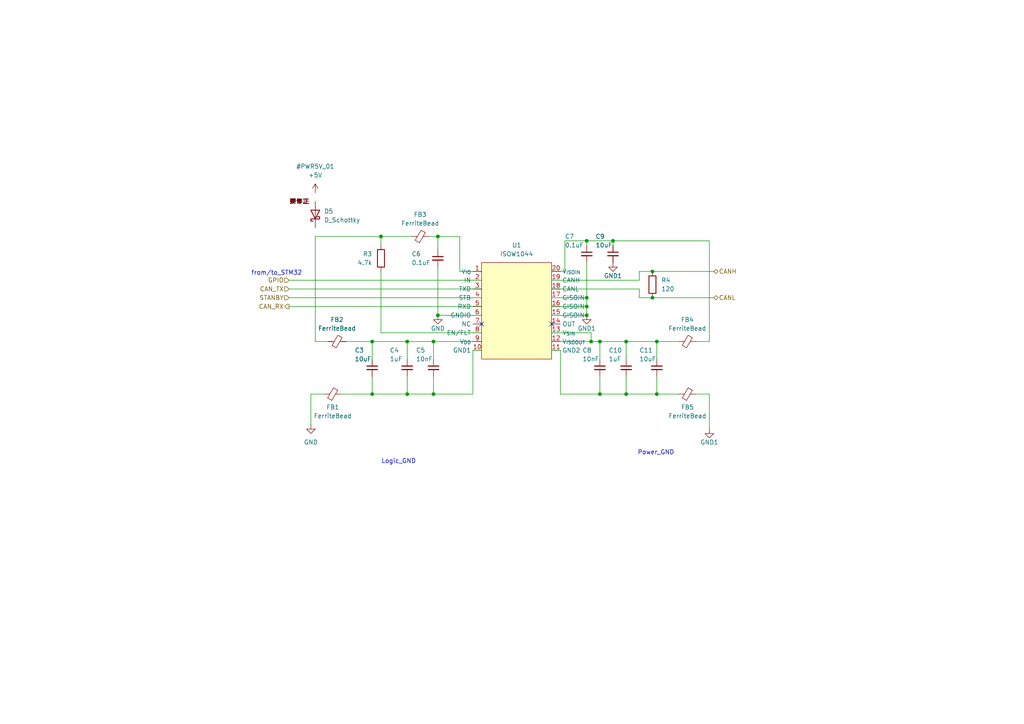
<source format=kicad_sch>
(kicad_sch (version 20250114) (generator "eeschema") (generator_version "9.0")
  (paper "A4")
  (lib_symbols
    (symbol "Device:C_Small" (pin_numbers (hide yes)) (pin_names (offset 0.254) (hide yes))
      (property "Reference" "C" (at 0.254 1.778 0))
      (property "Value" "C_Small" (at 0.254 -2.032 0))
      (symbol "C_Small_0_1"
        (polyline (pts (xy -1.524 0.508) (xy 1.524 0.508)) (stroke (width 0.3048)))
        (polyline (pts (xy -1.524 -0.508) (xy 1.524 -0.508)) (stroke (width 0.3302)))
      )
      (symbol "C_Small_1_1"
        (pin passive line (at 0 2.54 270) (length 2.032) (name "~") (number "1"))
        (pin passive line (at 0 -2.54 90) (length 2.032) (name "~") (number "2"))
      )
    )
    (symbol "Device:D_Schottky" (pin_numbers (hide yes)) (pin_names (offset 1.016) (hide yes))
      (property "Reference" "D" (at 0 2.54 0))
      (property "Value" "D_Schottky" (at 0 -2.54 0))
      (symbol "D_Schottky_0_1"
        (polyline (pts (xy -1.905 0.635) (xy -1.905 1.27) (xy -1.27 1.27) (xy -1.27 -1.27) (xy -0.635 -1.27) (xy -0.635 -0.635)) (stroke (width 0.254)))
        (polyline (pts (xy 1.27 1.27) (xy 1.27 -1.27) (xy -1.27 0) (xy 1.27 1.27)) (stroke (width 0.254)))
        (polyline (pts (xy 1.27 0) (xy -1.27 0)))
      )
      (symbol "D_Schottky_1_1"
        (pin passive line (at -3.81 0 0) (length 2.54) (name "K") (number "1"))
        (pin passive line (at 3.81 0 180) (length 2.54) (name "A") (number "2"))
      )
    )
    (symbol "Device:FerriteBead_Small" (pin_numbers (hide yes)) (pin_names (offset 0))
      (property "Reference" "FB" (at 1.905 1.27 0))
      (property "Value" "FerriteBead_Small" (at 1.905 -1.27 0))
      (symbol "FerriteBead_Small_0_1"
        (polyline (pts (xy -1.8288 0.2794) (xy -1.1176 1.4986) (xy 1.8288 -0.2032) (xy 1.1176 -1.4224) (xy -1.8288 0.2794)))
        (polyline (pts (xy 0 0.889) (xy 0 1.2954)))
        (polyline (pts (xy 0 -1.27) (xy 0 -0.7874)))
      )
      (symbol "FerriteBead_Small_1_1"
        (pin passive line (at 0 2.54 270) (length 1.27) (name "~") (number "1"))
        (pin passive line (at 0 -2.54 90) (length 1.27) (name "~") (number "2"))
      )
    )
    (symbol "Device:R" (pin_numbers (hide yes)) (pin_names (offset 0))
      (property "Reference" "R" (at 2.032 0 90))
      (property "Value" "R" (at 0 0 90))
      (symbol "R_0_1"
        (rectangle (start -1.016 -2.54) (end 1.016 2.54) (stroke (width 0.254)))
      )
      (symbol "R_1_1"
        (pin passive line (at 0 3.81 270) (length 1.27) (name "~") (number "1"))
        (pin passive line (at 0 -3.81 90) (length 1.27) (name "~") (number "2"))
      )
    )
    (symbol "RDC_humanoid_project:ISOW1044"
      (property "Reference" "U" (at 7.62 5.08 0))
      (property "Value" "ISOW1044" (at 0 5.08 0))
      (symbol "ISOW1044_0_1"
        (rectangle (start 2.54 2.54) (end 2.54 2.54))
      )
      (symbol "ISOW1044_1_1"
        (rectangle (start -10.16 2.54) (end 10.16 -25.4) (fill (type background)))
        (pin power_in line (at -10.16 0 180) (length 2.54) (name "V_{IO}") (number "1"))
        (pin input line (at -10.16 -2.54 180) (length 2.54) (name "IN") (number "2"))
        (pin input line (at -10.16 -5.08 180) (length 2.54) (name "TXD") (number "3"))
        (pin input line (at -10.16 -7.62 180) (length 2.54) (name "STB") (number "4"))
        (pin output line (at -10.16 -10.16 180) (length 2.54) (name "RXD") (number "5"))
        (pin power_in line (at -10.16 -12.7 180) (length 2.54) (name "GNDIO") (number "6"))
        (pin free line (at -10.16 -15.24 180) (length 2.54) (name "NC") (number "7"))
        (pin bidirectional line (at -10.16 -17.78 180) (length 2.54) (name "EN/FLT") (number "8"))
        (pin power_in line (at -10.16 -20.32 180) (length 2.54) (name "V_{DD}") (number "9"))
        (pin power_in line (at -10.16 -22.86 180) (length 2.54) (name "GND1") (number "10"))
        (pin bidirectional line (at 10.16 0 0) (length 2.54) (name "V_{ISOIN}") (number "20"))
        (pin bidirectional line (at 10.16 -2.54 0) (length 2.54) (name "CANH") (number "19"))
        (pin bidirectional line (at 10.16 -5.08 0) (length 2.54) (name "CANL") (number "18"))
        (pin unspecified line (at 10.16 -7.62 0) (length 2.54) (name "GISOIN") (number "17"))
        (pin unspecified line (at 10.16 -10.16 0) (length 2.54) (name "GISOIN") (number "16"))
        (pin unspecified line (at 10.16 -12.7 0) (length 2.54) (name "GISOIN") (number "15"))
        (pin output line (at 10.16 -15.24 0) (length 2.54) (name "OUT") (number "14"))
        (pin input line (at 10.16 -17.78 0) (length 2.54) (name "V_{SIN}") (number "13"))
        (pin power_out line (at 10.16 -20.32 0) (length 2.54) (name "V_{ISOOUT}") (number "12"))
        (pin power_in line (at 10.16 -22.86 0) (length 2.54) (name "GND2") (number "11"))
      )
    )
    (symbol "power:+5V" (power) (pin_names (offset 0))
      (property "Value" "+5V" (at 0 3.556 0))
      (symbol "+5V_0_1"
        (polyline (pts (xy -0.762 1.27) (xy 0 2.54)))
        (polyline (pts (xy 0 2.54) (xy 0.762 1.27)))
        (polyline (pts (xy 0 0) (xy 0 2.54)))
      )
      (symbol "+5V_1_1"
        (pin power_in line (at 0 0 90) (length 0) (hide yes) (name "+5V") (number "1"))
      )
    )
    (symbol "power:GND" (power) (pin_names (offset 0))
      (property "Value" "GND" (at 0 -3.81 0))
      (symbol "GND_0_1"
        (polyline (pts (xy 0 0) (xy 0 -1.27) (xy 1.27 -1.27) (xy 0 -2.54) (xy -1.27 -1.27) (xy 0 -1.27)))
      )
      (symbol "GND_1_1"
        (pin power_in line (at 0 0 270) (length 0) (hide yes) (name "GND") (number "1"))
      )
    )
    (symbol "power:GND1" (power) (pin_names (offset 0))
      (property "Value" "GND1" (at 0 -3.81 0))
      (symbol "GND1_0_1"
        (polyline (pts (xy 0 0) (xy 0 -1.27) (xy 1.27 -1.27) (xy 0 -2.54) (xy -1.27 -1.27) (xy 0 -1.27)))
      )
      (symbol "GND1_1_1"
        (pin power_in line (at 0 0 270) (length 0) (hide yes) (name "GND1") (number "1"))
      )
    )
  )
  (text "要修正" (at 86.868 58.674 0) (effects (font (size 1.27 1.27) (thickness 0.254) (bold yes))))
  (text "Logic_GND" (at 120.65 134.62 0) (effects (font (size 1.27 1.27)) (justify right bottom)))
  (text "from/to_STM32" (at 87.63 80.01 0) (effects (font (size 1.27 1.27)) (justify right bottom)))
  (text "Power_GND" (at 195.58 132.08 0) (effects (font (size 1.27 1.27)) (justify right bottom)))
  (junction (at 127 68.58))
  (junction (at 170.18 91.44))
  (junction (at 171.45 99.06))
  (junction (at 170.18 88.9))
  (junction (at 170.18 86.36))
  (junction (at 107.95 99.06))
  (junction (at 125.73 114.3))
  (junction (at 125.73 99.06))
  (junction (at 110.49 68.58))
  (junction (at 173.99 99.06))
  (junction (at 189.23 86.36))
  (junction (at 127 91.44))
  (junction (at 118.11 114.3))
  (junction (at 173.99 114.3))
  (junction (at 170.18 69.85))
  (junction (at 190.5 114.3))
  (junction (at 107.95 114.3))
  (junction (at 181.61 99.06))
  (junction (at 181.61 114.3))
  (junction (at 177.8 69.85))
  (junction (at 189.23 78.74))
  (junction (at 190.5 99.06))
  (junction (at 118.11 99.06))
  (no_connect (at 160.02 93.98))
  (no_connect (at 139.7 93.98))
  (wire (pts (xy 162.56 114.3) (xy 173.99 114.3)))
  (wire (pts (xy 181.61 99.06) (xy 190.5 99.06)))
  (wire (pts (xy 107.95 114.3) (xy 118.11 114.3)))
  (wire (pts (xy 171.45 99.06) (xy 173.99 99.06)))
  (wire (pts (xy 99.06 114.3) (xy 107.95 114.3)))
  (wire (pts (xy 163.83 69.85) (xy 170.18 69.85)))
  (wire (pts (xy 160.02 99.06) (xy 171.45 99.06)))
  (wire (pts (xy 170.18 88.9) (xy 170.18 86.36)))
  (wire (pts (xy 160.02 81.28) (xy 185.42 81.28)))
  (wire (pts (xy 107.95 114.3) (xy 107.95 109.22)))
  (wire (pts (xy 110.49 68.58) (xy 119.38 68.58)))
  (wire (pts (xy 125.73 114.3) (xy 125.73 109.22)))
  (wire (pts (xy 160.02 78.74) (xy 163.83 78.74)))
  (wire (pts (xy 127 68.58) (xy 127 72.39)))
  (wire (pts (xy 83.82 86.36) (xy 139.7 86.36)))
  (wire (pts (xy 160.02 96.52) (xy 171.45 96.52)))
  (wire (pts (xy 118.11 114.3) (xy 118.11 109.22)))
  (wire (pts (xy 83.82 88.9) (xy 139.7 88.9)))
  (wire (pts (xy 137.16 101.6) (xy 139.7 101.6)))
  (wire (pts (xy 95.25 99.06) (xy 91.44 99.06)))
  (wire (pts (xy 125.73 104.14) (xy 125.73 99.06)))
  (wire (pts (xy 110.49 71.12) (xy 110.49 68.58)))
  (wire (pts (xy 91.44 68.58) (xy 110.49 68.58)))
  (wire (pts (xy 201.93 99.06) (xy 205.74 99.06)))
  (wire (pts (xy 127 91.44) (xy 139.7 91.44)))
  (wire (pts (xy 189.23 86.36) (xy 207.01 86.36)))
  (wire (pts (xy 137.16 114.3) (xy 125.73 114.3)))
  (wire (pts (xy 173.99 104.14) (xy 173.99 99.06)))
  (wire (pts (xy 118.11 104.14) (xy 118.11 99.06)))
  (wire (pts (xy 110.49 96.52) (xy 139.7 96.52)))
  (wire (pts (xy 91.44 68.58) (xy 91.44 99.06)))
  (wire (pts (xy 133.35 68.58) (xy 133.35 78.74)))
  (wire (pts (xy 163.83 78.74) (xy 163.83 69.85)))
  (wire (pts (xy 181.61 114.3) (xy 181.61 109.22)))
  (wire (pts (xy 170.18 91.44) (xy 170.18 88.9)))
  (wire (pts (xy 181.61 104.14) (xy 181.61 99.06)))
  (wire (pts (xy 190.5 99.06) (xy 196.85 99.06)))
  (wire (pts (xy 139.7 99.06) (xy 125.73 99.06)))
  (wire (pts (xy 83.82 83.82) (xy 139.7 83.82)))
  (wire (pts (xy 185.42 86.36) (xy 185.42 83.82)))
  (wire (pts (xy 170.18 69.85) (xy 177.8 69.85)))
  (wire (pts (xy 189.23 78.74) (xy 207.01 78.74)))
  (wire (pts (xy 205.74 114.3) (xy 205.74 124.46)))
  (wire (pts (xy 185.42 81.28) (xy 185.42 78.74)))
  (wire (pts (xy 160.02 88.9) (xy 170.18 88.9)))
  (wire (pts (xy 83.82 81.28) (xy 139.7 81.28)))
  (wire (pts (xy 107.95 99.06) (xy 118.11 99.06)))
  (wire (pts (xy 100.33 99.06) (xy 107.95 99.06)))
  (wire (pts (xy 118.11 114.3) (xy 125.73 114.3)))
  (wire (pts (xy 173.99 99.06) (xy 181.61 99.06)))
  (wire (pts (xy 124.46 68.58) (xy 127 68.58)))
  (wire (pts (xy 107.95 104.14) (xy 107.95 99.06)))
  (wire (pts (xy 93.98 114.3) (xy 90.17 114.3)))
  (wire (pts (xy 137.16 101.6) (xy 137.16 114.3)))
  (wire (pts (xy 190.5 104.14) (xy 190.5 99.06)))
  (wire (pts (xy 173.99 114.3) (xy 173.99 109.22)))
  (wire (pts (xy 133.35 78.74) (xy 139.7 78.74)))
  (wire (pts (xy 118.11 99.06) (xy 125.73 99.06)))
  (wire (pts (xy 171.45 96.52) (xy 171.45 99.06)))
  (wire (pts (xy 181.61 114.3) (xy 190.5 114.3)))
  (wire (pts (xy 189.23 86.36) (xy 185.42 86.36)))
  (wire (pts (xy 205.74 69.85) (xy 177.8 69.85)))
  (wire (pts (xy 110.49 78.74) (xy 110.49 96.52)))
  (wire (pts (xy 127 77.47) (xy 127 91.44)))
  (wire (pts (xy 173.99 114.3) (xy 181.61 114.3)))
  (wire (pts (xy 170.18 76.2) (xy 170.18 86.36)))
  (wire (pts (xy 90.17 114.3) (xy 90.17 123.19)))
  (wire (pts (xy 205.74 99.06) (xy 205.74 69.85)))
  (wire (pts (xy 190.5 114.3) (xy 196.85 114.3)))
  (wire (pts (xy 170.18 71.12) (xy 170.18 69.85)))
  (wire (pts (xy 177.8 71.12) (xy 177.8 69.85)))
  (wire (pts (xy 162.56 101.6) (xy 162.56 114.3)))
  (wire (pts (xy 160.02 91.44) (xy 170.18 91.44)))
  (wire (pts (xy 160.02 101.6) (xy 162.56 101.6)))
  (wire (pts (xy 205.74 114.3) (xy 201.93 114.3)))
  (wire (pts (xy 190.5 114.3) (xy 190.5 109.22)))
  (wire (pts (xy 160.02 86.36) (xy 170.18 86.36)))
  (wire (pts (xy 127 68.58) (xy 133.35 68.58)))
  (wire (pts (xy 185.42 78.74) (xy 189.23 78.74)))
  (wire (pts (xy 160.02 83.82) (xy 185.42 83.82)))
  (hierarchical_label "CANL" (shape bidirectional) (at 207.01 86.36 0))
  (hierarchical_label "CAN_RX" (shape output) (at 83.82 88.9 180))
  (hierarchical_label "STANBY" (shape input) (at 83.82 86.36 180))
  (hierarchical_label "CAN_TX" (shape input) (at 83.82 83.82 180))
  (hierarchical_label "GPIO" (shape input) (at 83.82 81.28 180))
  (hierarchical_label "CANH" (shape bidirectional) (at 207.01 78.74 0))
  (symbol (lib_id "Device:C_Small") (at 118.11 106.68 0) (unit 1)
    (property "Reference" "C4" (at 113.03 101.6 0) (effects (justify left)))
    (property "Value" "1uF" (at 113.03 104.14 0) (effects (justify left)))
    (property "Footprint" "Capacitor_SMD:C_0603_1608Metric" (effects (hide yes)))
    (instances (project "RDC_Humanoid_Logic" (path "" (reference "C4") (unit 1)) (path "" (reference "C13") (unit 1))))
  )
  (symbol (lib_id "Device:D_Schottky") (at 91.44 62.23 90) (unit 1)
    (property "Reference" "D5" (at 93.98 61.2774 90) (effects (justify right)))
    (property "Value" "D_Schottky" (at 93.98 63.8174 90) (effects (justify right)))
    (property "Description" "Schottky diode" (effects (hide yes)))
    (instances (project "" (path "" (reference "D5") (unit 1)) (path "" (reference "D6") (unit 1))))
  )
  (symbol (lib_id "power:GND") (at 90.17 123.19 0) (unit 1)
    (property "Reference" "#PWR011" (effects (hide yes)))
    (property "Value" "GND" (at 90.17 128.27 0))
    (instances (project "RDC_Humanoid_Logic" (path "" (reference "#PWR011") (unit 1)) (path "" (reference "#PWR018") (unit 1))))
  )
  (symbol (lib_id "power:GND1") (at 205.74 124.46 0) (unit 1)
    (property "Reference" "#PWR017" (effects (hide yes)))
    (property "Value" "GND1" (at 205.74 128.27 0))
    (instances (project "RDC_Humanoid_Logic" (path "" (reference "#PWR017") (unit 1)) (path "" (reference "#PWR024") (unit 1))))
  )
  (symbol (lib_id "power:GND1") (at 177.8 76.2 0) (unit 1)
    (property "Reference" "#PWR015" (effects (hide yes)))
    (property "Value" "GND1" (at 177.8 80.01 0))
    (instances (project "RDC_Humanoid_Logic" (path "" (reference "#PWR015") (unit 1)) (path "" (reference "#PWR022") (unit 1))))
  )
  (symbol (lib_id "Device:C_Small") (at 190.5 106.68 0) (unit 1)
    (property "Reference" "C11" (at 185.42 101.6 0) (effects (justify left)))
    (property "Value" "10uF" (at 185.42 104.14 0) (effects (justify left)))
    (property "Footprint" "Capacitor_SMD:C_0603_1608Metric" (effects (hide yes)))
    (instances (project "RDC_Humanoid_Logic" (path "" (reference "C11") (unit 1)) (path "" (reference "C20") (unit 1))))
  )
  (symbol (lib_id "Device:C_Small") (at 127 74.93 0) (unit 1)
    (property "Reference" "C6" (at 119.38 73.66 0) (effects (justify left)))
    (property "Value" "0.1uF" (at 119.38 76.2 0) (effects (justify left)))
    (property "Footprint" "Capacitor_SMD:C_0603_1608Metric" (effects (hide yes)))
    (instances (project "RDC_Humanoid_Logic" (path "" (reference "C6") (unit 1)) (path "" (reference "C15") (unit 1))))
  )
  (symbol (lib_id "Device:FerriteBead_Small") (at 121.92 68.58 90) (unit 1)
    (property "Reference" "FB3" (at 121.8819 62.23 90))
    (property "Value" "FerriteBead" (at 121.8819 64.77 90))
    (property "Footprint" "Inductor_SMD:L_0805_2012Metric" (effects (hide yes)))
    (instances (project "RDC_Humanoid_Logic" (path "" (reference "FB3") (unit 1)) (path "" (reference "FB8") (unit 1))))
  )
  (symbol (lib_id "Device:C_Small") (at 170.18 73.66 0) (unit 1)
    (property "Reference" "C7" (at 163.83 68.58 0) (effects (justify left)))
    (property "Value" "0.1uF" (at 163.83 71.12 0) (effects (justify left)))
    (property "Footprint" "Capacitor_SMD:C_0603_1608Metric" (effects (hide yes)))
    (instances (project "RDC_Humanoid_Logic" (path "" (reference "C7") (unit 1)) (path "" (reference "C16") (unit 1))))
  )
  (symbol (lib_id "Device:FerriteBead_Small") (at 97.79 99.06 90) (unit 1)
    (property "Reference" "FB2" (at 97.7519 92.71 90))
    (property "Value" "FerriteBead" (at 97.7519 95.25 90))
    (property "Footprint" "Inductor_SMD:L_0805_2012Metric" (effects (hide yes)))
    (instances (project "RDC_Humanoid_Logic" (path "" (reference "FB2") (unit 1)) (path "" (reference "FB7") (unit 1))))
  )
  (symbol (lib_id "power:+5V") (at 91.44 55.88 0) (unit 1)
    (property "Reference" "#PWR5V_01" (at 91.44 48.26 0))
    (property "Value" "+5V" (at 91.44 50.8 0))
    (instances (project "RDC_Humanoid_Logic" (path "" (reference "#PWR5V_01") (unit 1)) (path "" (reference "#PWR5V_02") (unit 1))))
  )
  (symbol (lib_id "Device:C_Small") (at 177.8 73.66 0) (unit 1)
    (property "Reference" "C9" (at 172.72 68.58 0) (effects (justify left)))
    (property "Value" "10uF" (at 172.72 71.12 0) (effects (justify left)))
    (property "Footprint" "Capacitor_SMD:C_0603_1608Metric" (effects (hide yes)))
    (instances (project "RDC_Humanoid_Logic" (path "" (reference "C9") (unit 1)) (path "" (reference "C18") (unit 1))))
  )
  (symbol (lib_id "Device:C_Small") (at 173.99 106.68 0) (unit 1)
    (property "Reference" "C8" (at 168.91 101.6 0) (effects (justify left)))
    (property "Value" "10nF" (at 168.91 104.14 0) (effects (justify left)))
    (property "Footprint" "Capacitor_SMD:C_0603_1608Metric" (effects (hide yes)))
    (instances (project "RDC_Humanoid_Logic" (path "" (reference "C8") (unit 1)) (path "" (reference "C17") (unit 1))))
  )
  (symbol (lib_id "power:GND") (at 127 91.44 0) (unit 1)
    (property "Reference" "#PWR013" (effects (hide yes)))
    (property "Value" "GND" (at 127 95.25 0))
    (instances (project "RDC_Humanoid_Logic" (path "" (reference "#PWR013") (unit 1)) (path "" (reference "#PWR020") (unit 1))))
  )
  (symbol (lib_id "Device:FerriteBead_Small") (at 96.52 114.3 90) (unit 1)
    (property "Reference" "FB1" (at 96.52 118.11 90))
    (property "Value" "FerriteBead" (at 96.52 120.65 90))
    (property "Footprint" "Inductor_SMD:L_0805_2012Metric" (effects (hide yes)))
    (instances (project "RDC_Humanoid_Logic" (path "" (reference "FB1") (unit 1)) (path "" (reference "FB6") (unit 1))))
  )
  (symbol (lib_id "Device:C_Small") (at 181.61 106.68 0) (unit 1)
    (property "Reference" "C10" (at 176.53 101.6 0) (effects (justify left)))
    (property "Value" "1uF" (at 176.53 104.14 0) (effects (justify left)))
    (property "Footprint" "Capacitor_SMD:C_0603_1608Metric" (effects (hide yes)))
    (instances (project "RDC_Humanoid_Logic" (path "" (reference "C10") (unit 1)) (path "" (reference "C19") (unit 1))))
  )
  (symbol (lib_id "Device:R") (at 189.23 82.55 0) (unit 1)
    (property "Reference" "R4" (at 191.77 81.2799 0) (effects (justify left)))
    (property "Value" "120" (at 191.77 83.8199 0) (effects (justify left)))
    (property "Footprint" "Resistor_SMD:R_0603_1608Metric" (effects (hide yes)))
    (instances (project "RDC_Humanoid_Logic" (path "" (reference "R4") (unit 1)) (path "" (reference "R6") (unit 1))))
  )
  (symbol (lib_id "Device:C_Small") (at 125.73 106.68 0) (unit 1)
    (property "Reference" "C5" (at 120.65 101.6 0) (effects (justify left)))
    (property "Value" "10nF" (at 120.65 104.14 0) (effects (justify left)))
    (property "Footprint" "Capacitor_SMD:C_0603_1608Metric" (effects (hide yes)))
    (instances (project "RDC_Humanoid_Logic" (path "" (reference "C5") (unit 1)) (path "" (reference "C14") (unit 1))))
  )
  (symbol (lib_id "Device:FerriteBead_Small") (at 199.39 114.3 90) (unit 1)
    (property "Reference" "FB5" (at 199.39 118.11 90))
    (property "Value" "FerriteBead" (at 199.39 120.65 90))
    (property "Footprint" "Inductor_SMD:L_0805_2012Metric" (effects (hide yes)))
    (instances (project "RDC_Humanoid_Logic" (path "" (reference "FB5") (unit 1)) (path "" (reference "FB10") (unit 1))))
  )
  (symbol (lib_id "Device:C_Small") (at 107.95 106.68 0) (unit 1)
    (property "Reference" "C3" (at 102.87 101.6 0) (effects (justify left)))
    (property "Value" "10uF" (at 102.87 104.14 0) (effects (justify left)))
    (property "Footprint" "Capacitor_SMD:C_0603_1608Metric" (effects (hide yes)))
    (instances (project "RDC_Humanoid_Logic" (path "" (reference "C3") (unit 1)) (path "" (reference "C12") (unit 1))))
  )
  (symbol (lib_id "Device:FerriteBead_Small") (at 199.39 99.06 90) (unit 1)
    (property "Reference" "FB4" (at 199.3519 92.71 90))
    (property "Value" "FerriteBead" (at 199.3519 95.25 90))
    (property "Footprint" "Inductor_SMD:L_0805_2012Metric" (effects (hide yes)))
    (instances (project "RDC_Humanoid_Logic" (path "" (reference "FB4") (unit 1)) (path "" (reference "FB9") (unit 1))))
  )
  (symbol (lib_id "RDC_humanoid_project:ISOW1044") (at 149.86 78.74 0) (unit 1)
    (property "Reference" "U1" (at 149.86 71.12 0))
    (property "Value" "ISOW1044" (at 149.86 73.66 0))
    (property "Footprint" "Package_SO:SOIC-20W_7.5x12.8mm_P1.27mm" (effects (hide yes)))
    (property "Datasheet" "https://www.ti.com/lit/ds/symlink/isow1044.pdf?ts=1742141302334&ref_url=https%253A%252F%252Fwww.ti.com%252Fproduct%252Fja-jp%252FISOW1044%253Futm_source%253Dgoogle%2526utm_medium%253Dcpc%2526utm_campaign%253Depd-dlp-null-44700045336317809_prodfolderdynamic-cpc-pf-google-jp_jp_int%2526utm_content%253Dprodfolddynamic%2526ds_k%253DDYNAMIC+SEARCH+ADS%2526DCM%253Dyes%2526gclsrc%253Daw.ds%2526gad_source%253D1%2526gclid%253DCj0KCQjw7dm-BhCoARIsALFk4v-WAdcAF-zrUphoWc5iGoZEE4knVFtb3oJczRt-ALRTDiCCWS0eNeIaAqkBEALw_wcB" (effects (hide yes)))
    (instances (project "RDC_Humanoid_Logic" (path "" (reference "U1") (unit 1)) (path "" (reference "U2") (unit 1))))
  )
  (symbol (lib_id "power:GND1") (at 170.18 91.44 0) (unit 1)
    (property "Reference" "#PWR014" (effects (hide yes)))
    (property "Value" "GND1" (at 170.18 95.25 0))
    (instances (project "RDC_Humanoid_Logic" (path "" (reference "#PWR014") (unit 1)) (path "" (reference "#PWR021") (unit 1))))
  )
  (symbol (lib_id "Device:R") (at 110.49 74.93 0) (mirror y) (unit 1)
    (property "Reference" "R3" (at 107.95 73.66 0) (effects (justify left)))
    (property "Value" "4.7k" (at 107.95 76.2 0) (effects (justify left)))
    (property "Footprint" "Resistor_SMD:R_0603_1608Metric" (effects (hide yes)))
    (instances (project "RDC_Humanoid_Logic" (path "" (reference "R3") (unit 1)) (path "" (reference "R5") (unit 1))))
  )
)
</source>
